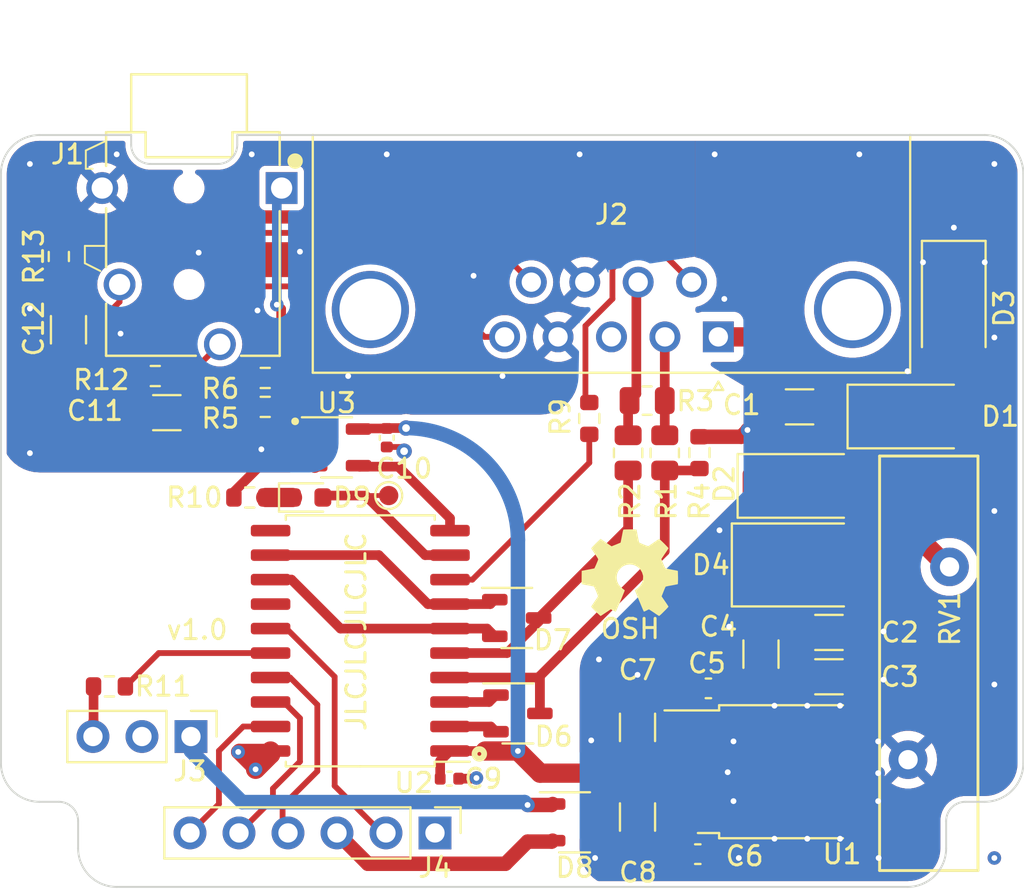
<source format=kicad_pcb>
(kicad_pcb (version 20221018) (generator pcbnew)
  (layers (0 "F.Cu" signal) (1 "In1.Cu" power) (2 "In2.Cu" power) (31 "B.Cu" signal) (34 "B.Paste" user) (35 "F.Paste" user) (36 "B.SilkS" user "B.Silkscreen") (37 "F.SilkS" user "F.Silkscreen") (38 "B.Mask" user) (39 "F.Mask" user) (44 "Edge.Cuts" user))
  (net 0 "")
  (net 1 "+12V")
  (net 2 "GND")
  (net 3 "AVCLAN_TX+")
  (net 4 "AVCLAN_BUS_TX+")
  (net 5 "AVCLAN_TX-")
  (net 6 "AVCLAN_BUS_TX-")
  (net 7 "MUTE")
  (net 8 "/12V_CLEAN")
  (net 9 "Net-(J2-IGN{slash}ACC)")
  (net 10 "Net-(D9-K)")
  (net 11 "+5V")
  (net 12 "UPDI")
  (net 13 "Net-(J3-Pin_3)")
  (net 14 "MIC_CONTROL")
  (net 15 "WOA")
  (net 16 "WOB")
  (net 17 "WOD")
  (net 18 "WOC")
  (net 19 "SERIAL_PWR")
  (net 20 "UPDI_PWR")
  (net 22 "/AC2 OUT")
  (net 23 "CTS")
  (net 24 "RTS")
  (net 25 "TxD")
  (net 26 "RxD")
  (net 28 "Net-(D1-A)")
  (net 29 "AUDIO_R")
  (net 30 "AUDIO_L")
  (net 31 "/AUDIO-L")
  (net 32 "/AUDIO-R")
  (net 33 "Net-(C11-Pad2)")
  (net 34 "Net-(C12-Pad2)")
  (net 35 "Net-(J1-S)")
  (footprint "Resistor_SMD:R_0603_1608Metric" (layer "F.Cu") (at 152.9 90.3 90)
    (fp_text reference "R9")
    (fp_text value "10k" hide)
  )
  (footprint "Resistor_SMD:R_0603_1608Metric" (layer "F.Cu") (at 136.1 88.2 180)
    (fp_text reference "R6")
    (fp_text value "10k" hide)
  )
  (footprint "Capacitor_SMD:C_1206_3216Metric" (layer "F.Cu") (at 165.325 103.7)
    (fp_text reference "C3")
    (fp_text value "10u 50V" hide)
  )
  (footprint "LED_SMD:LED_0603_1608Metric" (layer "F.Cu") (at 138.3 94.4)
    (fp_text reference "D9")
    (fp_text value "KT-0603R" hide)
  )
  (footprint "Capacitor_SMD:C_0603_1608Metric" (layer "F.Cu") (at 159.075 104.3)
    (fp_text reference "C5")
    (fp_text value "1u 50V" hide)
  )
  (footprint "Resistor_SMD:R_0805_2012Metric" (layer "F.Cu") (at 154.9125 92.0875 90)
    (fp_text reference "R2")
    (fp_text value "180" hide)
  )
  (footprint "Diode_SMD:D_SMB" (layer "F.Cu") (at 163.95 97.9)
    (fp_text reference "D4")
    (fp_text value "SM6T15A" hide)
  )
  (footprint "Diode_SMD:D_SMA" (layer "F.Cu") (at 164.1 93.8)
    (fp_text reference "D2")
    (fp_text value "SS210" hide)
  )
  (footprint "Varistor:RV_Disc_D21.5mm_W5.1mm_P10mm" (layer "F.Cu") (at 171.575 98 -90)
    (fp_text reference "RV1")
    (fp_text value "ERZ-V20D220 " hide)
  )
  (footprint "Package_TO_SOT_SMD:SOT-23-3" (layer "F.Cu") (at 149.2 105.6)
    (fp_text reference "D6")
    (fp_text value "BAT54C,215" hide)
  )
  (footprint "Capacitor_SMD:C_0402_1005Metric" (layer "F.Cu") (at 142.4 91.3 -90)
    (fp_text reference "C10")
    (fp_text value "4u7" hide)
  )
  (footprint "Package_TO_SOT_SMD:TO-252-3_TabPin2" (layer "F.Cu") (at 162.94 108.625)
    (fp_text reference "U1")
    (fp_text value "XC6701D502JR-G" hide)
  )
  (footprint "Capacitor_SMD:C_1206_3216Metric" (layer "F.Cu") (at 163.8 89.7 180)
    (fp_text reference "C1")
    (fp_text value "1n 100V" hide)
  )
  (footprint "Capacitor_SMD:C_1206_3216Metric" (layer "F.Cu") (at 131 90 180)
    (fp_text reference "C11")
    (fp_text value "47u 10V" hide)
  )
  (footprint "Resistor_SMD:R_0603_1608Metric" (layer "F.Cu") (at 130.4 88.1)
    (fp_text reference "R12")
    (fp_text value "15" hide)
  )
  (footprint "Resistor_SMD:R_0603_1608Metric" (layer "F.Cu") (at 128.025 104.2 180)
    (fp_text reference "R11")
    (fp_text value "470" hide)
  )
  (footprint "Resistor_SMD:R_0805_2012Metric" (layer "F.Cu") (at 155.9 89.375)
    (fp_text reference "R3")
    (fp_text value "120" hide)
  )
  (footprint "Capacitor_SMD:C_0402_1005Metric" (layer "F.Cu") (at 145.65 108.985)
    (fp_text reference "C9")
    (fp_text value "4u7")
  )
  (footprint "Connector_PinHeader_2.54mm:PinHeader_1x06_P2.54mm_Vertical" (layer "F.Cu") (at 144.9 111.8 -90)
    (fp_text reference "J4")
    (fp_text value "Conn_01x06" hide)
  )
  (footprint "Package_TO_SOT_SMD:SOT-23-3" (layer "F.Cu") (at 152.1375 111.25)
    (fp_text reference "D8")
    (fp_text value "BAT54C,215" hide)
  )
  (footprint "Package_SO:SOIC-20W_7.5x12.8mm_P1.27mm" (layer "F.Cu") (at 141.028236 101.835 180)
    (fp_text reference "U2")
    (fp_text value "ATtiny3216" hide)
  )
  (footprint "Resistor_SMD:R_0603_1608Metric" (layer "F.Cu") (at 125.4 81.9 -90)
    (fp_text reference "R13")
    (fp_text value "15" hide)
  )
  (footprint "Diode_SMD:D_SMA" (layer "F.Cu") (at 169.8 90.2)
    (fp_text reference "D1")
    (fp_text value "SS210" hide)
  )
  (footprint "cui_audio:CUI_SJ-43514" (layer "F.Cu") (at 132.15 80.95 -90)
    (fp_text reference "J1")
    (fp_text value "Audio In" hide)
  )
  (footprint "Capacitor_SMD:C_1206_3216Metric" (layer "F.Cu") (at 165.325 101.4)
    (fp_text reference "C2")
    (fp_text value "10u 50V" hide)
  )
  (footprint "Package_TO_SOT_SMD:SOT-23-3" (layer "F.Cu") (at 149.1375 100.65)
    (fp_text reference "D7")
    (fp_text value "BAT54A,215" hide)
  )
  (footprint "Connector_Dsub:DSUB-9_Male_Horizontal_P2.77x2.84mm_EdgePinOffset7.70mm_Housed_MountingHolesOffset9.12mm" (layer "F.Cu") (at 159.59 86.07 180)
    (fp_text reference "J2")
    (fp_text value "DB9" hide)
  )
  (footprint "cui_audio:LOGO" (layer "F.Cu") (at 155 98.3)
    (fp_text reference "G***" hide)
    (fp_text value "LOGO" hide)
  )
  (footprint "TestPoint:TestPoint_Pad_D1.0mm" (layer "F.Cu") (at 142.5 94.3)
    (fp_text reference "TP1" hide)
    (fp_text value "TestPoint")
  )
  (footprint "Capacitor_SMD:C_1206_3216Metric" (layer "F.Cu") (at 155.4 106.325 90)
    (fp_text reference "C7")
    (fp_text value "47u 10V" hide)
  )
  (footprint "Capacitor_SMD:C_0603_1608Metric" (layer "F.Cu") (at 158.525 112.9)
    (fp_text reference "C6")
    (fp_text value "1u 50V" hide)
  )
  (footprint "Resistor_SMD:R_0603_1608Metric" (layer "F.Cu") (at 158.6125 92.075 90)
    (fp_text reference "R4")
    (fp_text value "10k" hide)
  )
  (footprint "Package_TO_SOT_SMD:SOT-23-5" (layer "F.Cu") (at 139.8 91.8)
    (fp_text reference "U3")
    (fp_text value "74LVC1G66" hide)
  )
  (footprint "Connector_PinHeader_2.54mm:PinHeader_1x03_P2.54mm_Vertical" (layer "F.Cu") (at 132.25 106.8 -90)
    (fp_text reference "J3")
    (fp_text value "Conn_01x03" hide)
  )
  (footprint "Resistor_SMD:R_0603_1608Metric" (layer "F.Cu") (at 135.3 94.4 180)
    (fp_text reference "R10")
    (fp_text value "470" hide)
  )
  (footprint "Resistor_SMD:R_0603_1608Metric" (layer "F.Cu") (at 136.1 89.7 180)
    (fp_text reference "R5")
    (fp_text value "10k" hide)
  )
  (footprint "Capacitor_SMD:C_1206_3216Metric" (layer "F.Cu") (at 155.4 110.975 -90)
    (fp_text reference "C8")
    (fp_text value "47u 10V" hide)
  )
  (footprint "Diode_SMD:D_SMA" (layer "F.Cu") (at 171.795 84.6 -90)
    (fp_text reference "D3")
    (fp_text value "1SMAF4742A" hide)
  )
  (footprint "Capacitor_SMD:C_1206_3216Metric" (layer "F.Cu") (at 125.9 85.7 90)
    (fp_text reference "C12")
    (fp_text value "47u 10V" hide)
  )
  (footprint "Resistor_SMD:R_0805_2012Metric" (layer "F.Cu") (at 156.8125 92.0875 90)
    (fp_text reference "R1")
    (fp_text value "180" hide)
  )
  (footprint "Capacitor_SMD:C_1206_3216Metric" (layer "F.Cu") (at 161.8 102.525 90)
    (fp_text reference "C4")
    (fp_text value "10u 50V" hide)
  )
  (gr_circle (center 147.2 107.7) (end 147.2 107.6) (stroke (width 0.3)) (fill none) (layer "F.SilkS"))
  (gr_line (start 126.4 112.6) (end 126.4 111.185786) (stroke (width 0.1)) (layer "Edge.Cuts"))
  (gr_arc (start 122.4 77.6) (mid 122.985786 76.185786) (end 124.4 75.6) (stroke (width 0.1)) (layer "Edge.Cuts"))
  (gr_line (start 122.4 108.185786) (end 122.4 77.6) (stroke (width 0.1)) (layer "Edge.Cuts"))
  (gr_arc (start 175.4 108.185786) (mid 174.814214 109.6) (end 173.4 110.185786) (stroke (width 0.1)) (layer "Edge.Cuts"))
  (gr_line locked (start 129.15 75.6) (end 129.15 76.1) (stroke (width 0.1)) (layer "Edge.Cuts"))
  (gr_line (start 124.4 75.6) (end 129.15 75.6) (stroke (width 0.1)) (layer "Edge.Cuts"))
  (gr_line (start 125.4 110.185786) (end 124.4 110.185786) (stroke (width 0.1)) (layer "Edge.Cuts"))
  (gr_arc (start 173.4 75.6) (mid 174.814214 76.185786) (end 175.4 77.6) (stroke (width 0.1)) (layer "Edge.Cuts"))
  (gr_line locked (start 130.15 77.1) (end 133.65 77.1) (stroke (width 0.1)) (layer "Edge.Cuts"))
  (gr_arc (start 171.4 111.185786) (mid 171.692893 110.478679) (end 172.4 110.185786) (stroke (width 0.1)) (layer "Edge.Cuts"))
  (gr_line (start 134.65 75.6) (end 173.4 75.6) (stroke (width 0.1)) (layer "Edge.Cuts"))
  (gr_line (start 171.4 112.6) (end 171.4 111.185786) (stroke (width 0.1)) (layer "Edge.Cuts"))
  (gr_arc (start 171.4 112.6) (mid 170.814214 114.014214) (end 169.4 114.6) (stroke (width 0.1)) (layer "Edge.Cuts"))
  (gr_line locked (start 134.65 76.1) (end 134.65 75.6) (stroke (width 0.1)) (layer "Edge.Cuts"))
  (gr_arc locked (start 130.15 77.1) (mid 129.442893 76.807107) (end 129.15 76.1) (stroke (width 0.1)) (layer "Edge.Cuts"))
  (gr_line (start 169.4 114.6) (end 128.4 114.6) (stroke (width 0.1)) (layer "Edge.Cuts"))
  (gr_arc (start 125.4 110.185786) (mid 126.107107 110.478679) (end 126.4 111.185786) (stroke (width 0.1)) (layer "Edge.Cuts"))
  (gr_arc (start 124.4 110.185786) (mid 122.985786 109.6) (end 122.4 108.185786) (stroke (width 0.1)) (layer "Edge.Cuts"))
  (gr_line (start 172.4 110.185786) (end 173.4 110.185786) (stroke (width 0.1)) (layer "Edge.Cuts"))
  (gr_arc locked (start 134.65 76.1) (mid 134.357107 76.807107) (end 133.65 77.1) (stroke (width 0.1)) (layer "Edge.Cuts"))
  (gr_arc (start 128.4 114.6) (mid 126.985786 114.014214) (end 126.4 112.6) (stroke (width 0.1)) (layer "Edge.Cuts"))
  (gr_line (start 175.4 77.6) (end 175.4 108.185786) (stroke (width 0.1)) (layer "Edge.Cuts"))
  (gr_text "JLCJLCJLCJLC" (at 141.4 106.6 90) (layer "F.SilkS") (effects (font (size 1 1) (thickness 0.155)) (justify left bottom)))
  (gr_text "OSH" (at 153.4 101.8) (layer "F.SilkS") (effects (font (size 1 1) (thickness 0.155)) (justify left bottom)))
  (gr_text "v1.0" (at 130.9 101.85) (layer "F.SilkS") (effects (font (size 1 1)) (justify left bottom)))
  (segment (start 165.275 89.7) (end 161.645 86.07) (width 1) (layer "F.Cu") (net 1))
  (segment (start 167.8 90.2) (end 168.4 90.8) (width 1) (layer "F.Cu") (net 1))
  (segment (start 161.645 86.07) (end 159.59 86.07) (width 1) (layer "F.Cu") (net 1))
  (segment (start 171.475 98) (end 171.575 98) (width 1) (layer "F.Cu") (net 1))
  (segment (start 167.8 90.2) (end 165.775 90.2) (width 1) (layer "F.Cu") (net 1))
  (segment (start 168.4 94.925) (end 171.475 98) (width 1) (layer "F.Cu") (net 1))
  (segment (start 168.4 90.8) (end 168.4 93.8) (width 1) (layer "F.Cu") (net 1))
  (segment (start 165.775 90.2) (end 165.275 89.7) (width 1) (layer "F.Cu") (net 1))
  (segment (start 168.4 90.8) (end 168.4 94.925) (width 1) (layer "F.Cu") (net 1))
  (segment (start 168.4 93.8) (end 166.1 93.8) (width 1) (layer "F.Cu") (net 1))
  (segment (start 162.475 107.05) (end 162.525 107.1) (width 0.5) (layer "F.Cu") (net 2))
  (segment (start 136.378236 107.721764) (end 135.6 108.5) (width 1) (layer "F.Cu") (net 2))
  (segment (start 155.4 103.6) (end 155.5 103.6) (width 1) (layer "F.Cu") (net 2))
  (segment (start 164.275 108.7) (end 164.2 108.625) (width 0.5) (layer "F.Cu") (net 2))
  (segment (start 147.015 108.985) (end 146.13 108.985) (width 0.5) (layer "F.Cu") (net 2))
  (segment (start 162.5 105.2) (end 162.475 105.925) (width 0.5) (layer "F.Cu") (net 2))
  (segment (start 167.875 110.15) (end 165.875 110.15) (width 0.5) (layer "F.Cu") (net 2))
  (segment (start 134.75 107.55) (end 134.7 107.6) (width 0.75) (layer "F.Cu") (net 2))
  (segment (start 134.475 94.109118) (end 134.475 94.4) (width 0.5) (layer "F.Cu") (net 2))
  (segment (start 161.1 90.925) (end 161.1 90.9) (width 0.75) (layer "F.Cu") (net 2))
  (segment (start 159.9 101.05) (end 160.1 101.05) (width 1) (layer "F.Cu") (net 2))
  (segment (start 164.175 108.6) (end 164.2 108.625) (width 0.5) (layer "F.Cu") (net 2))
  (segment (start 155.4 104.85) (end 155.4 103.7) (width 1) (layer "F.Cu") (net 2))
  (segment (start 138.6625 92.75) (end 138.6625 91.8) (width 0.75) (layer "F.Cu") (net 2))
  (segment (start 164.2 105.2) (end 164.175 108.6) (width 0.5) (layer "F.Cu") (net 2))
  (segment (start 158.05 101.05) (end 159.9 101.05) (width 1) (layer "F.Cu") (net 2))
  (segment (start 160.2 101.05) (end 161.8 101.05) (width 1) (layer "F.Cu") (net 2))
  (segment (start 160.15 101.1) (end 160.2 101.05) (width 1) (layer "F.Cu") (net 2))
  (segment (start 165.875 106.325) (end 165.875 107.1) (width 0.5) (layer "F.Cu") (net 2))
  (segment (start 160.375 110.15) (end 162.525 110.15) (width 0.5) (layer "F.Cu") (net 2))
  (segment (start 143.3 92) (end 143.380497 91.78) (width 0.3) (layer "F.Cu") (net 2))
  (segment (start 135.834118 92.75) (end 134.475 94.109118) (width 0.5) (layer "F.Cu") (net 2))
  (segment (start 147.05 108.95) (end 147.015 108.985) (width 0.5) (layer "F.Cu") (net 2))
  (segment (start 160.075 108.65) (end 160.1 108.625) (width 1) (layer "F.Cu") (net 2))
  (segment (start 165.925 107.05) (end 165.875 107.1) (width 0.5) (layer "F.Cu") (net 2))
  (segment (start 166.1 97.9) (end 166.1 100.7) (width 1) (layer "F.Cu") (net 2))
  (segment (start 165.9 105.2) (end 165.875 106.325) (width 0.5) (layer "F.Cu") (net 2))
  (segment (start 162.475 105.925) (end 162.475 107.05) (width 0.5) (layer "F.Cu") (net 2))
  (segment (start 165.9 112.1) (end 165.9 110.175) (width 0.5) (layer "F.Cu") (net 2))
  (segment (start 161.1 90.9) (end 161.125 90.9) (width 0.75) (layer "F.Cu") (net 2))
  (segment (start 159.85 101.1) (end 159.9 101.05) (width 1) (layer "F.Cu") (net 2))
  (segment (start 160.1 101.05) (end 160.15 101.1) (width 1) (layer "F.Cu") (net 2))
  (segment (start 155.4 103.7) (end 155.4 103.7) (width 1) (layer "F.Cu") (net 2))
  (segment (start 135.275 89.7) (end 135.275 88.2) (width 0.75) (layer "F.Cu") (net 2))
  (segment (start 135.6 108.5) (end 134.7 107.6) (width 0.75) (layer "F.Cu") (net 2))
  (segment (start 160.775 91.25) (end 161.1 90.925) (width 0.75) (layer "F.Cu") (net 2))
  (segment (start 162.5 110.175) (end 162.525 110.15) (width 0.5) (layer "F.Cu") (net 2))
  (segment (start 138.6625 92.75) (end 135.834118 92.75) (width 0.5) (layer "F.Cu") (net 2))
  (segment (start 158.6125 91.25) (end 160.775 91.25) (width 0.75) (layer "F.Cu") (net 2))
  (segment (start 165.9 110.175) (end 165.875 110.15) (width 0.5) (layer "F.Cu") (net 2))
  (segment (start 136.378236 107.55) (end 134.75 107.55) (width 0.75) (layer "F.Cu") (net 2))
  (segment (start 159.85 104.3) (end 159.85 106.525) (width 0.5) (layer "F.Cu") (net 2))
  (segment (start 161.125 90.9) (end 162.325 89.7) (width 0.75) (layer "F.Cu") (net 2))
  (segment (start 160.1 108.625) (end 164.2 108.625) (width 1) (layer "F.Cu") (net 2))
  (segment (start 160.375 107.05) (end 162.475 107.05) (width 0.5) (layer "F.Cu") (net 2))
  (segment (start 162.5 112.1) (end 162.5 110.175) (width 0.5) (layer "F.Cu") (net 2))
  (segment (start 166.8 103.7) (end 166.8 101.4) (width 1) (layer "F.Cu") (net 2))
  (segment (start 143.380497 91.78) (end 142.4 91.78) (width 0.3) (layer "F.Cu") (net 2))
  (segment (start 167.875 108.7) (end 164.275 108.7) (width 0.5) (layer "F.Cu") (net 2))
  (segment (start 155.5 103.6) (end 158.05 101.05) (width 1) (layer "F.Cu") (net 2))
  (segment (start 167.875 107.05) (end 165.925 107.05) (width 0.5) (layer "F.Cu") (net 2))
  (segment (start 159.85 106.525) (end 160.375 107.05) (width 0.5) (layer "F.Cu") (net 2))
  (segment (start 166.1 100.7) (end 166.8 101.4) (width 1) (layer "F.Cu") (net 2))
  (segment (start 160.05 108.625) (end 160.075 108.65) (width 1) (layer "F.Cu") (net 2))
  (segment (start 155.4 103.7) (end 155.4 103.6) (width 1) (layer "F.Cu") (net 2))
  (segment (start 136.378236 107.55) (end 136.378236 107.721764) (width 1) (layer "F.Cu") (net 2))
  (segment (start 165.3 109.725) (end 164.2 108.625) (width 1) (layer "F.Cu") (net 2))
  (segment (start 164.2 112.1) (end 164.2 108.625) (width 0.5) (layer "F.Cu") (net 2))
  (segment (start 157.9 108.625) (end 160.05 108.625) (width 1) (layer "F.Cu") (net 2))
  (via (at 146.9 82.9) (size 0.7) (drill 0.3) (layers "F.Cu" "B.Cu") (net 2))
  (via (at 132.65 81.7) (size 0.7) (drill 0.3) (layers "F.Cu" "B.Cu") (net 2))
  (via (at 135.7 84.7) (size 0.7) (drill 0.3) (layers "F.Cu" "B.Cu") (net 2))
  (via (at 173.9 95.1) (size 0.7) (drill 0.3) (layers "F.Cu" "B.Cu") (net 2))
  (via (at 160.15 101.1) (size 0.7) (drill 0.3) (layers "F.Cu" "B.Cu") (net 2))
  (via (at 128.4 76.6) (size 0.7) (drill 0.3) (layers "F.Cu" "B.Cu") (net 2))
  (via (at 147.05 108.95) (size 0.7) (drill 0.3) (layers "F.Cu" "B.Cu") (net 2))
  (via (at 137.9 81.65) (size 0.7) (drill 0.3) (layers "F.Cu" "B.Cu") (net 2))
  (via (at 167.9 113.1) (size 0.7) (drill 0.3) (layers "F.Cu" "B.Cu") (net 2))
  (via (at 173.9 77.1) (size 0.7) (drill 0.3) (layers "F.Cu" "B.Cu") (net 2))
  (via (at 173.9 104.1) (size 0.7) (drill 0.3) (layers "F.Cu" "B.Cu") (net 2))
  (via (at 134.7 107.6) (size 0.7) (drill 0.3) (layers "F.Cu" "B.Cu") (net 2))
  (via (at 135.6 108.5) (size 0.7) (drill 0.3) (layers "F.Cu" "B.Cu") (net 2))
  (via (at 173.9 86.1) (size 0.7) (drill 0.3) (layers "F.Cu" "B.Cu") (net 2))
  (via (at 168.15 103.85) (size 0.7) (drill 0.3) (layers "F.Cu" "B.Cu") (net 2))
  (via (at 148.4 88.1) (size 0.7) (drill 0.3) (layers "F.Cu" "B.Cu") (net 2))
  (via (at 169.4 87.85) (size 0.7) (drill 0.3) (layers "F.Cu" "B.Cu") (net 2))
  (via (at 170.2 82.2) (size 0.7) (drill 0.3) (layers "F.Cu" "B.Cu") (net 2))
  (via (at 164.2 112.1) (size 0.7) (drill 0.3) (layers "F.Cu" "B.Cu") (net 2))
  (via (at 160.65 113.1) (size 0.7) (drill 0.3) (layers "F.Cu" "B.Cu") (net 2))
  (via (at 164.2 105.2) (size 0.7) (drill 0.3) (layers "F.Cu" "B.Cu") (net 2))
  (via (at 128.6 85.9) (size 0.7) (drill 0.3) (layers "F.Cu" "B.Cu") (net 2))
  (via (at 167.875 108.7) (size 0.7) (drill 0.3) (layers "F.Cu" "B.Cu") (net 2))
  (via (at 123.9 84.6) (size 0.7) (drill 0.3) (layers "F.Cu" "B.Cu") (net 2))
  (via (at 166.9 76.6) (size 0.7) (drill 0.3) (layers "F.Cu" "B.Cu") (net 2))
  (via (at 159.9 84.1) (size 0.7) (drill 0.3) (layers "F.Cu" "B.Cu") (net 2))
  (via (at 168.15 101.35) (size 0.7) (drill 0.3) (layers "F.Cu" "B.Cu") (net 2))
  (via (at 159.4 76.6) (size 0.7) (drill 0.3) (layers "F.Cu" "B.Cu") (net 2))
  (via (at 165.9 112.1) (size 0.7) (drill 0.3) (layers "F.Cu" "B.Cu") (net 2))
  (via (at 153.2 113.1) (size 0.7) (drill 0.3) (layers "F.Cu" "B.Cu") (net 2))
  (via (at 160.075 108.65) (size 0.7) (drill 0.3) (layers "F.Cu" "B.Cu") (net 2))
  (via (at 152.4 76.6) (size 0.7) (drill 0.3) (layers "F.Cu" "B.Cu") (net 2))
  (via (at 167.875 110.15) (size 0.7) (drill 0.3) (layers "F.Cu" "B.Cu") (net 2))
  (via (at 167.875 107.05) (size 0.7) (drill 0.3) (layers "F.Cu" "B.Cu") (net 2))
  (via (at 171.8 80.4) (size 0.7) (drill 0.3) (layers "F.Cu" "B.Cu") (net 2))
  (via (at 123.9 92.1) (size 0.7) (drill 0.3) (layers "F.Cu" "B.Cu") (net 2))
  (via (at 155.4 103.6) (size 0.7) (drill 0.3) (layers "F.Cu" "B.Cu") (net 2))
  (via (at 135.4 76.6) (size 0.7) (drill 0.3) (layers "F.Cu" "B.Cu") (net 2))
  (via (at 142.4 76.6) (size 0.7) (drill 0.3) (layers "F.Cu" "B.Cu") (net 2))
  (via (at 173.4 82.2) (size 0.7) (drill 0.3) (layers "F.Cu" "B.Cu") (net 2))
  (via (at 162.5 112.1) (size 0.7) (drill 0.3) (layers "F.Cu" "B.Cu") (net 2))
  (via (at 159.65 96.1) (size 0.7) (drill 0.3) (layers "F.Cu" "B.Cu") (net 2))
  (via (at 135.9 91.9) (size 0.7) (drill 0.3) (layers "F.Cu" "B.Cu") (net 2))
  (via (at 143.3 92) (size 0.8) (drill 0.4) (layers "F.Cu" "B.Cu") (net 2))
  (via (at 160.375 110.15) (size 0.7) (drill 0.3) (layers "F.Cu" "B.Cu") (net 2))
  (via (at 153 107) (size 0.7) (drill 0.3) (layers "F.Cu" "B.Cu") (net 2))
  (via (at 173.9 113.1) (size 0.7) (drill 0.3) (layers "F.Cu" "B.Cu") (net 2))
  (via (at 123.9 77.1) (size 0.7) (drill 0.3) (layers "F.Cu" "B.Cu") (net 2))
  (via (at 140.4 88.1) (size 0.7) (drill 0.3) (layers "F.Cu" "B.Cu") (net 2))
  (via (at 153.4 102.8) (size 0.7) (drill 0.3) (layers "F.Cu" "B.Cu") (net 2))
  (via (at 161.1 90.9) (size 0.7) (drill 0.3) (layers "F.Cu" "B.Cu") (net 2))
  (via (at 162.5 105.2) (size 0.7) (drill 0.3) (layers "F.Cu" "B.Cu") (net 2))
  (via (at 160.375 107.05) (size 0.7) (drill 0.3) (layers "F.Cu" "B.Cu") (net 2))
  (via (at 165.9 105.2) (size 0.7) (drill 0.3) (layers "F.Cu" "B.Cu") (net 2))
  (segment (start 156.8125 97.1875) (end 150.3375 103.6625) (width 0.5) (layer "F.Cu") (net 3))
  (segment (start 150.3375 105.6) (end 150.3375 103.6625) (width 0.5) (layer "F.Cu") (net 3))
  (segment (start 156.8125 93) (end 156.8125 97.1875) (width 0.5) (layer "F.Cu") (net 3))
  (segment (start 145.678236 103.74) (end 150.3375 103.74) (width 0.5) (layer "F.Cu") (net 3))
  (segment (start 150.3375 103.74) (end 150.3375 105.6) (width 0.5) (layer "F.Cu") (net 3))
  (segment (start 156.8125 93) (end 158.5125 93) (width 0.5) (layer "F.Cu") (net 3))
  (segment (start 158.5125 93) (end 158.6125 92.9) (width 0.5) (layer "F.Cu") (net 3))
  (segment (start 156.8125 89.375) (end 156.8125 86.1275) (width 0.5) (layer "F.Cu") (net 4))
  (segment (start 156.8125 91.175) (end 156.8125 89.375) (width 0.5) (layer "F.Cu") (net 4))
  (segment (start 156.8125 86.1275) (end 156.725 86.04) (width 0.5) (layer "F.Cu") (net 4))
  (segment (start 145.678236 102.47) (end 148.641028 102.47) (width 0.5) (layer "F.Cu") (net 5))
  (segment (start 154.9125 96.0125) (end 154.9125 93) (width 0.5) (layer "F.Cu") (net 5))
  (segment (start 148.641028 102.47) (end 150.275 100.836028) (width 0.5) (layer "F.Cu") (net 5))
  (segment (start 150.275 100.836028) (end 150.275 100.65) (width 0.5) (layer "F.Cu") (net 5))
  (segment (start 150.275 100.65) (end 154.9125 96.0125) (width 0.5) (layer "F.Cu") (net 5))
  (segment (start 155.34 83.325) (end 155.435 83.23) (width 0.5) (layer "F.Cu") (net 6))
  (segment (start 154.9875 89.375) (end 155.34 89.0225) (width 0.5) (layer "F.Cu") (net 6))
  (segment (start 155.34 89.0225) (end 155.34 83.325) (width 0.5) (layer "F.Cu") (net 6))
  (segment (start 154.9125 89.45) (end 154.9875 89.375) (width 0.5) (layer "F.Cu") (net 6))
  (segment (start 154.9125 91.175) (end 154.9125 89.45) (width 0.5) (layer "F.Cu") (net 6))
  (segment (start 146.84 98.66) (end 152.9 92.6) (width 0.3) (layer "F.Cu") (net 7))
  (segment (start 152.9 92.6) (end 152.9 91.125) (width 0.3) (layer "F.Cu") (net 7))
  (segment (start 145.678236 98.66) (end 146.84 98.66) (width 0.3) (layer "F.Cu") (net 7))
  (segment (start 157.9 106.345) (end 157.9 104.7) (width 1) (layer "F.Cu") (net 8))
  (segment (start 163.85 99.95) (end 163.85 101.4) (width 1) (layer "F.Cu") (net 8))
  (segment (start 161.8 104) (end 163.55 104) (width 1) (layer "F.Cu") (net 8))
  (segment (start 163.85 103.7) (end 163.85 101.4) (width 1) (layer "F.Cu") (net 8))
  (segment (start 161.8 97.9) (end 163.85 99.95) (width 1) (layer "F.Cu") (net 8))
  (segment (start 163.55 104) (end 163.85 103.7) (width 1) (layer "F.Cu") (net 8))
  (segment (start 158.3 103.6) (end 158.3 104.3) (width 1) (layer "F.Cu") (net 8))
  (segment (start 162.1 97.6) (end 161.8 97.9) (width 1) (layer "F.Cu") (net 8))
  (segment (start 159.3 102.6) (end 158.3 103.6) (width 1) (layer "F.Cu") (net 8))
  (segment (start 157.9 104.7) (end 158.3 104.3) (width 1) (layer "F.Cu") (net 8))
  (segment (start 161.8 103.5) (end 160.9 102.6) (width 1) (layer "F.Cu") (net 8))
  (segment (start 162.1 93.8) (end 162.1 97.6) (width 1.5) (layer "F.Cu") (net 8))
  (segment (start 160.9 102.6) (end 159.3 102.6) (width 1) (layer "F.Cu") (net 8))
  (segment (start 161.8 104) (end 161.8 103.5) (width 1) (layer "F.Cu") (net 8))
  (segment (start 152.7 85.5) (end 154.1 84.1) (width 0.3) (layer "F.Cu") (net 9))
  (segment (start 152.7 89.275) (end 152.7 85.5) (width 0.3) (layer "F.Cu") (net 9))
  (segment (start 154.1 82.536117) (end 154.736117 81.9) (width 0.3) (layer "F.Cu") (net 9))
  (segment (start 156.875 81.9) (end 158.205 83.23) (width 0.3) (layer "F.Cu") (net 9))
  (segment (start 154.736117 81.9) (end 156.875 81.9) (width 0.3) (layer "F.Cu") (net 9))
  (segment (start 154.1 84.1) (end 154.1 82.536117) (width 0.3) (layer "F.Cu") (net 9))
  (segment (start 152.9 89.475) (end 152.7 89.275) (width 0.3) (layer "F.Cu") (net 9))
  (segment (start 136.125 94.4) (end 137.5125 94.4) (width 1) (layer "F.Cu") (net 10))
  (segment (start 140.9675 90.82) (end 140.9375 90.85) (width 0.5) (layer "F.Cu") (net 11))
  (segment (start 147.5 107.55) (end 145.678236 107.55) (width 0.5) (layer "F.Cu") (net 11))
  (segment (start 157.75 111.055) (end 157.9 110.905) (width 0.75) (layer "F.Cu") (net 11))
  (segment (start 157.75 112.9) (end 157.75 111.055) (width 0.75) (layer "F.Cu") (net 11))
  (segment (start 149.2 107.55) (end 147.5 107.55) (width 1) (layer "F.Cu") (net 11))
  (segment (start 157.9 110.905) (end 156.805 110.905) (width 1) (layer "F.Cu") (net 11))
  (segment (start 153.275 111.25) (end 153.65 111.25) (width 0.75) (layer "F.Cu") (net 11))
  (segment (start 153.65 111.25) (end 155.4 109.5) (width 0.75) (layer "F.Cu") (net 11))
  (segment (start 145.17 108.058236) (end 145.678236 107.55) (width 0.5) (layer "F.Cu") (net 11))
  (segment (start 143.4 90.8) (end 142.448284 90.8) (width 0.5) (layer "F.Cu") (net 11))
  (segment (start 157.895 110.9) (end 157.9 110.905) (width 1) (layer "F.Cu") (net 11))
  (segment (start 155.4 108.7) (end 150.35 108.7) (width 1) (layer "F.Cu") (net 11))
  (segment (start 154.9 108.7) (end 154.9 108.7) (width 1) (layer "F.Cu") (net 11))
  (segment (start 150.35 108.7) (end 149.2 107.55) (width 1) (layer "F.Cu") (net 11))
  (segment (start 145.17 108.985) (end 145.17 108.058236) (width 0.5) (layer "F.Cu") (net 11))
  (segment (start 142.4 90.82) (end 140.9675 90.82) (width 0.5) (layer "F.Cu") (net 11))
  (segment (start 155.4 109.5) (end 155.4 107.8) (width 1) (layer "F.Cu") (net 11))
  (segment (start 156.805 110.905) (end 155.4 109.5) (width 1) (layer "F.Cu") (net 11))
  (via (at 149.2 107.55) (size 0.7) (drill 0.3) (layers "F.Cu" "B.Cu") (net 11))
  (via (at 143.4 90.8) (size 0.8) (drill 0.4) (layers "F.Cu" "B.Cu") (net 11))
  (arc (start 142.448284 90.8) (mid 142.422153 90.805198) (end 142.4 90.82) (width 0.5) (layer "F.Cu") (net 11))
  (segment (start 149.2 96.6) (end 149.2 107.55) (width 0.75) (layer "B.Cu") (net 11))
  (arc (start 143.4 90.8) (mid 147.501219 92.498781) (end 149.2 96.6) (width 0.75) (layer "B.Cu") (net 11))
  (segment (start 130.58 102.47) (end 136.378236 102.47) (width 0.3) (layer "F.Cu") (net 12))
  (segment (start 128.85 104.2) (end 130.58 102.47) (width 0.3) (layer "F.Cu") (net 12))
  (segment (start 127.2 104.2) (end 127.2 106.77) (width 0.5) (layer "F.Cu") (net 13))
  (segment (start 127.2 106) (end 127.17 106.03) (width 0.5) (layer "F.Cu") (net 13))
  (segment (start 143 92.8) (end 145.678236 95.478236) (width 0.5) (layer "F.Cu") (net 14))
  (segment (start 140.9375 92.75) (end 140.9875 92.8) (width 0.5) (layer "F.Cu") (net 14))
  (segment (start 145.678236 95.478236) (end 145.678236 96.12) (width 0.5) (layer "F.Cu") (net 14))
  (segment (start 140.9875 92.8) (end 143 92.8) (width 0.5) (layer "F.Cu") (net 14))
  (segment (start 147.7925 106.28) (end 148.0625 106.55) (width 0.5) (layer "F.Cu") (net 15))
  (segment (start 145.678236 106.28) (end 147.7925 106.28) (width 0.5) (layer "F.Cu") (net 15))
  (segment (start 147.7025 105.01) (end 148.0625 104.65) (width 0.5) (layer "F.Cu") (net 16))
  (segment (start 145.678236 105.01) (end 147.7025 105.01) (width 0.5) (layer "F.Cu") (net 16))
  (segment (start 145.678236 101.2) (end 147.6 101.2) (width 0.5) (layer "F.Cu") (net 17))
  (segment (start 147.6 101.2) (end 148 101.6) (width 0.5) (layer "F.Cu") (net 17))
  (segment (start 137.46 98.66) (end 136.378236 98.66) (width 0.5) (layer "F.Cu") (net 17))
  (segment (start 145.678236 101.2) (end 140 101.2) (width 0.5) (layer "F.Cu") (net 17))
  (segment (start 140 101.2) (end 137.46 98.66) (width 0.5) (layer "F.Cu") (net 17))
  (segment (start 136.378236 97.39) (end 141.99 97.39) (width 0.5) (layer "F.Cu") (net 18))
  (segment (start 144.53 99.93) (end 145.678236 99.93) (width 0.5) (layer "F.Cu") (net 18))
  (segment (start 141.99 97.39) (end 144.53 99.93) (width 0.5) (layer "F.Cu") (net 18))
  (segment (start 147.77 99.93) (end 148 99.7) (width 0.5) (layer "F.Cu") (net 18))
  (segment (start 145.678236 99.93) (end 147.77 99.93) (width 0.5) (layer "F.Cu") (net 18))
  (segment (start 148.55 113.4) (end 149.7 112.25) (width 0.75) (layer "F.Cu") (net 19))
  (segment (start 149.7 112.25) (end 150.95 112.25) (width 0.75) (layer "F.Cu") (net 19))
  (segment (start 150.95 112.25) (end 151 112.2) (width 0.75) (layer "F.Cu") (net 19))
  (segment (start 141.42 113.4) (end 148.55 113.4) (width 0.75) (layer "F.Cu") (net 19))
  (segment (start 139.82 111.8) (end 141.42 113.4) (width 0.75) (layer "F.Cu") (net 19))
  (segment (start 150.95 110.35) (end 151 110.3) (width 0.75) (layer "F.Cu") (net 20))
  (segment (start 149.7 110.35) (end 150.95 110.35) (width 0.75) (layer "F.Cu") (net 20))
  (via (at 149.7 110.35) (size 0.7) (drill 0.3) (layers "F.Cu" "B.Cu") (net 20))
  (segment (start 134.9 110.2) (end 149.55 110.2) (width 0.75) (layer "B.Cu") (net 20))
  (segment (start 132.25 107.55) (end 134.9 110.2) (width 0.75) (layer "B.Cu") (net 20))
  (segment (start 149.55 110.2) (end 149.7 110.35) (width 0.75) (layer "B.Cu") (net 20))
  (segment (start 132.25 106.8) (end 132.25 107.55) (width 0.75) (layer "B.Cu") (net 20))
  (segment (start 139.1875 94.3) (end 139.0875 94.4) (width 0.5) (layer "F.Cu") (net 22))
  (segment (start 141.3 94.3) (end 139.1875 94.3) (width 0.5) (layer "F.Cu") (net 22))
  (segment (start 144.39 97.39) (end 141.3 94.3) (width 0.5) (layer "F.Cu") (net 22))
  (segment (start 145.678236 97.39) (end 144.39 97.39) (width 0.5) (layer "F.Cu") (net 22))
  (segment (start 142.5 94.3) (end 141.3 94.3) (width 0.25) (layer "F.Cu") (net 22))
  (segment (start 139.7 109.36) (end 142.14 111.8) (width 0.3) (layer "F.Cu") (net 23))
  (segment (start 136.378236 101.2) (end 137.2 101.2) (width 0.3) (layer "F.Cu") (net 23))
  (segment (start 142.14 111.8) (end 142.36 111.8) (width 0.3) (layer "F.Cu") (net 23))
  (segment (start 139.7 103.7) (end 139.7 109.36) (width 0.3) (layer "F.Cu") (net 23))
  (segment (start 137.2 101.2) (end 139.7 103.7) (width 0.3) (layer "F.Cu") (net 23))
  (segment (start 134.959339 106.28) (end 133.7 107.539339) (width 0.3) (layer "F.Cu") (net 24))
  (segment (start 133.7 110.3) (end 132.2 111.8) (width 0.3) (layer "F.Cu") (net 24))
  (segment (start 136.378236 106.28) (end 134.959339 106.28) (width 0.3) (layer "F.Cu") (net 24))
  (segment (start 133.7 107.539339) (end 133.7 110.3) (width 0.3) (layer "F.Cu") (net 24))
  (segment (start 137.39 103.74) (end 138.8 105.15) (width 0.3) (layer "F.Cu") (net 25))
  (segment (start 137 111.52) (end 137.28 111.8) (width 0.3) (layer "F.Cu") (net 25))
  (segment (start 138.8 105.15) (end 138.8 108.6) (width 0.3) (layer "F.Cu") (net 25))
  (segment (start 136.378236 103.74) (end 137.39 103.74) (width 0.3) (layer "F.Cu") (net 25))
  (segment (start 138.8 108.6) (end 137 110.4) (width 0.3) (layer "F.Cu") (net 25))
  (segment (start 137 110.4) (end 137 111.52) (width 0.3) (layer "F.Cu") (net 25))
  (segment (start 137.9 108.1) (end 136.5 109.5) (width 0.3) (layer "F.Cu") (net 26))
  (segment (start 137.9 105.85) (end 137.9 108.1) (width 0.3) (layer "F.Cu") (net 26))
  (segment (start 137.06 105.01) (end 137.9 105.85) (width 0.3) (layer "F.Cu") (net 26))
  (segment (start 136.5 109.5) (end 136.5 110.04) (width 0.3) (layer "F.Cu") (net 26))
  (segment (start 136.378236 105.01) (end 137.06 105.01) (width 0.3) (layer "F.Cu") (net 26))
  (segment (start 136.5 110.04) (end 134.74 111.8) (width 0.3) (layer "F.Cu") (net 26))
  (segment (start 171.795 90.195) (end 171.8 90.2) (width 1) (layer "F.Cu") (net 28))
  (segment (start 171.795 86.6) (end 171.795 90.195) (width 1) (layer "F.Cu") (net 28))
  (segment (start 133.75 86.45) (end 132.475 87.725) (width 0.3) (layer "F.Cu") (net 29))
  (segment (start 132.475 87.725) (end 132.475 90) (width 0.3) (layer "F.Cu") (net 29))
  (segment (start 128.55 84.25) (end 125.9 86.9) (width 0.3) (layer "F.Cu") (net 30))
  (segment (start 128.345 83.145) (end 128.55 83.35) (width 1) (layer "F.Cu") (net 30))
  (segment (start 125.9 86.9) (end 125.9 87.175) (width 0.3) (layer "F.Cu") (net 30))
  (segment (start 128.55 83.35) (end 128.55 84.25) (width 0.3) (layer "F.Cu") (net 30))
  (segment (start 128.345 83.109669) (end 128.345 83.145) (width 1) (layer "F.Cu") (net 30))
  (segment (start 125.8 80.675) (end 147.34 80.675) (width 0.3) (layer "F.Cu") (net 31))
  (segment (start 125.4 81.075) (end 125.8 80.675) (width 0.3) (layer "F.Cu") (net 31))
  (segment (start 147.34 80.675) (end 149.895 83.23) (width 0.3) (layer "F.Cu") (net 31))
  (segment (start 131.225 88.1) (end 131.225 86.375) (width 0.3) (layer "F.Cu") (net 32))
  (segment (start 143.4 82) (end 147.47 86.07) (width 0.3) (layer "F.Cu") (net 32))
  (segment (start 139.6 82) (end 143.4 82) (width 0.3) (layer "F.Cu") (net 32))
  (segment (start 138.15 83.45) (end 139.6 82) (width 0.3) (layer "F.Cu") (net 32))
  (segment (start 134.15 83.45) (end 138.15 83.45) (width 0.3) (layer "F.Cu") (net 32))
  (segment (start 147.47 86.07) (end 148.51 86.07) (width 0.3) (layer "F.Cu") (net 32))
  (segment (start 131.225 86.375) (end 134.15 83.45) (width 0.3) (layer "F.Cu") (net 32))
  (segment (start 129.525 90) (end 129.525 88.15) (width 0.5) (layer "F.Cu") (net 33))
  (segment (start 129.525 88.15) (end 129.575 88.1) (width 0.5) (layer "F.Cu") (net 33))
  (segment (start 125.9 84.025) (end 125.4 83.525) (width 0.3) (layer "F.Cu") (net 34))
  (segment (start 125.4 83.525) (end 125.4 82.725) (width 0.5) (layer "F.Cu") (net 34))
  (segment (start 125.9 84.225) (end 125.9 84.025) (width 0.3) (layer "F.Cu") (net 34))
  (segment (start 138.6625 90.85) (end 138.075 90.85) (width 0.3) (layer "F.Cu") (net 35))
  (segment (start 136.7 84.4) (end 136.7005 84.4) (width 0.5) (layer "F.Cu") (net 35))
  (segment (start 136.925 89.7) (end 136.925 88.2) (width 0.75) (layer "F.Cu") (net 35))
  (segment (start 136.925 84.6245) (end 136.925 88.2) (width 0.5) (layer "F.Cu") (net 35))
  (segment (start 138.075 90.85) (end 136.925 89.7) (width 0.3) (layer "F.Cu") (net 35))
  (segment (start 136.7005 84.4) (end 136.925 84.6245) (width 0.5) (layer "F.Cu") (net 35))
  (via (at 136.7 84.4) (size 0.7) (drill 0.3) (layers "F.Cu" "B.Cu") (net 35))
  (segment (start 136.7 84.4) (end 136.7 78.154669) (width 0.5) (layer "B.Cu") (net 35))
  (segment (start 136.7 78.154669) (end 136.745 78.109669) (width 0.5) (layer "B.Cu") (net 35))
  (zone (net 2) (net_name "GND") (layers "F&B.Cu") (priority 1) (connect_pads (clearance 0.333)) (min_thickness 0.254) (fill yes (thermal_gap 0.5) (thermal_bridge_width 0.5) (smoothing fillet) (radius 2))
    (polygon (pts (xy 122.4 75.6) (xy 122.4 93.1) (xy 139.9 93.1) (xy 139.9 90.1) (xy 152.3 90.1) (xy 152.4 85.3) (xy 153.9 83.7) (xy 153.9 82.6) (xy 158.4 81.9) (xy 158.4 75.6)))
  )
  (zone (net 2) (net_name "GND") (layers "F&B.Cu") (priority 2) (connect_pads (clearance 0.5)) (min_thickness 0.25) (fill yes (thermal_gap 0.5) (thermal_bridge_width 0.5) (smoothing fillet) (radius 2))
    (polygon (pts (xy 175.4 75.6) (xy 175.4 114.6) (xy 152.4 114.6) (xy 152.4 102.6) (xy 160.9 94.1) (xy 160.9 88.6) (xy 158.4 87.1) (xy 158.4 75.6)))
  )
)
</source>
